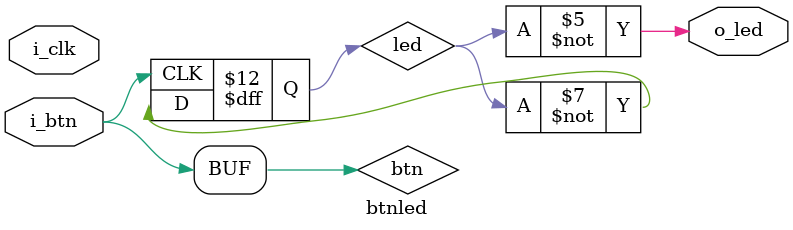
<source format=v>
module btnled(input i_btn, i_clk, output o_led);
    
    wire btn;
    //transfer the btn input to a inside wire
    assign btn = i_btn; 

    //a register is normal a flipflop component to store a value
    reg trigger; 
    reg btn_old;
    
//for give GAO the trigger data
    always @(posedge i_clk) begin
        btn_old <= btn; //d-ff, updates the previous value
        if (btn == 1 && btn_old == 0) //when old and new btn values are different
            trigger <= 1;
        else 
            trigger <= 0;
    end


//for alternate the led status
    reg led = 0;
    assign o_led = ~led;

    always @(posedge btn)
        led <= ~led;

endmodule 
</source>
